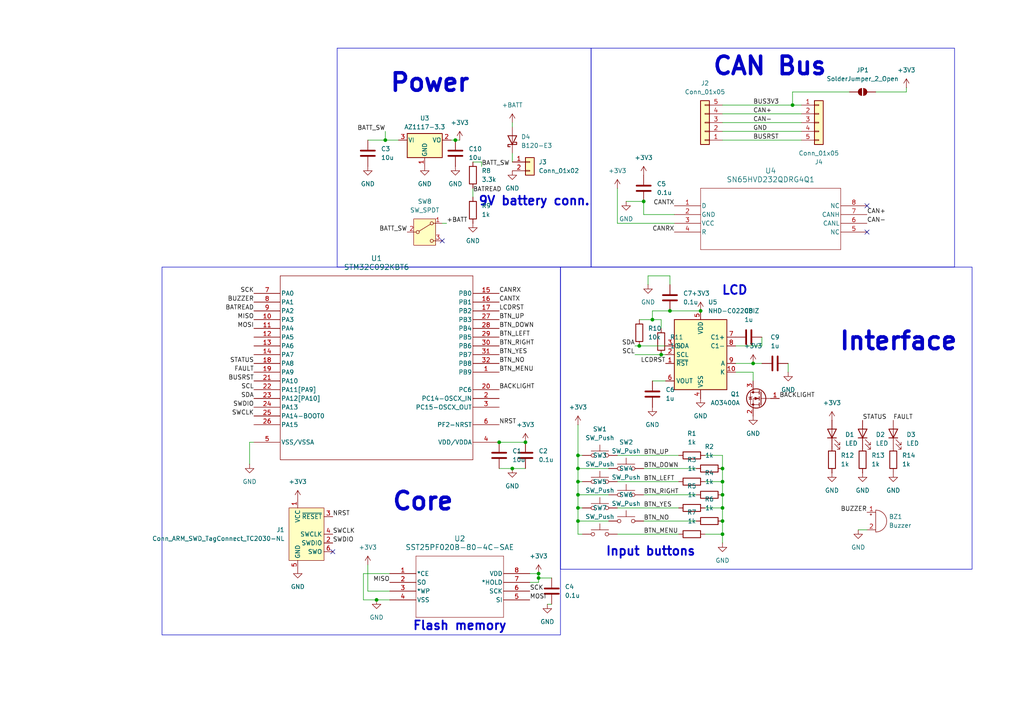
<source format=kicad_sch>
(kicad_sch (version 20250114) (generator "eeschema") (generator_version "9.0")
  (paper "A4")
  (lib_symbols
    (symbol "2025-06-11_00-45-23:SN65HVD232QDRG4Q1" (pin_names (offset 0.254))
      (property "Reference" "U" (at 27.94 10.16 0))
      (property "Value" "SN65HVD232QDRG4Q1" (at 27.94 7.62 0))
      (symbol "SN65HVD232QDRG4Q1_0_1"
        (polyline (pts (xy 7.62 5.08) (xy 7.62 -12.7)) (stroke (width 0.127)))
        (polyline (pts (xy 7.62 -12.7) (xy 48.26 -12.7)) (stroke (width 0.127)))
        (polyline (pts (xy 48.26 5.08) (xy 7.62 5.08)) (stroke (width 0.127)))
        (polyline (pts (xy 48.26 -12.7) (xy 48.26 5.08)) (stroke (width 0.127)))
        (pin input line (at 0 0 0) (length 7.62) (name "D") (number "1"))
        (pin power_in line (at 0 -2.54 0) (length 7.62) (name "GND") (number "2"))
        (pin power_in line (at 0 -5.08 0) (length 7.62) (name "VCC") (number "3"))
        (pin input line (at 0 -7.62 0) (length 7.62) (name "R") (number "4"))
        (pin unspecified line (at 55.88 0 180) (length 7.62) (name "NC") (number "8"))
        (pin output line (at 55.88 -2.54 180) (length 7.62) (name "CANH") (number "7"))
        (pin output line (at 55.88 -5.08 180) (length 7.62) (name "CANL") (number "6"))
        (pin unspecified line (at 55.88 -7.62 180) (length 7.62) (name "NC") (number "5"))
      )
    )
    (symbol "2025-06-11_00-53-44:SST25PF020B-80-4C-SAE" (pin_names (offset 0.254))
      (property "Reference" "U" (at 20.32 10.16 0))
      (property "Value" "SST25PF020B-80-4C-SAE" (at 20.32 7.62 0))
      (symbol "SST25PF020B-80-4C-SAE_0_1"
        (polyline (pts (xy 7.62 5.08) (xy 7.62 -12.7)) (stroke (width 0.127)))
        (polyline (pts (xy 7.62 -12.7) (xy 33.02 -12.7)) (stroke (width 0.127)))
        (polyline (pts (xy 33.02 5.08) (xy 7.62 5.08)) (stroke (width 0.127)))
        (polyline (pts (xy 33.02 -12.7) (xy 33.02 5.08)) (stroke (width 0.127)))
        (pin unspecified line (at 0 0 0) (length 7.62) (name "*CE") (number "1"))
        (pin output line (at 0 -2.54 0) (length 7.62) (name "SO") (number "2"))
        (pin unspecified line (at 0 -5.08 0) (length 7.62) (name "*WP") (number "3"))
        (pin power_in line (at 0 -7.62 0) (length 7.62) (name "VSS") (number "4"))
        (pin power_in line (at 40.64 0 180) (length 7.62) (name "VDD") (number "8"))
        (pin unspecified line (at 40.64 -2.54 180) (length 7.62) (name "*HOLD") (number "7"))
        (pin unspecified line (at 40.64 -5.08 180) (length 7.62) (name "SCK") (number "6"))
        (pin input line (at 40.64 -7.62 180) (length 7.62) (name "SI") (number "5"))
      )
    )
    (symbol "2025-06-11_04-28-26:STM32C092KBT6" (pin_names (offset 0.254))
      (property "Reference" "U" (at 35.56 10.16 0))
      (property "Value" "STM32C092KBT6" (at 35.56 7.62 0))
      (symbol "STM32C092KBT6_0_1"
        (polyline (pts (xy 7.62 5.08) (xy 7.62 -48.26)))
        (polyline (pts (xy 7.62 -48.26) (xy 63.5 -48.26)))
        (polyline (pts (xy 63.5 5.08) (xy 7.62 5.08)))
        (polyline (pts (xy 63.5 -48.26) (xy 63.5 5.08)))
        (pin bidirectional line (at 0 0 0) (length 7.62) (name "PA0") (number "7"))
        (pin bidirectional line (at 0 -2.54 0) (length 7.62) (name "PA1") (number "8"))
        (pin bidirectional line (at 0 -5.08 0) (length 7.62) (name "PA2") (number "9"))
        (pin bidirectional line (at 0 -7.62 0) (length 7.62) (name "PA3") (number "10"))
        (pin bidirectional line (at 0 -10.16 0) (length 7.62) (name "PA4") (number "11"))
        (pin bidirectional line (at 0 -12.7 0) (length 7.62) (name "PA5") (number "12"))
        (pin bidirectional line (at 0 -15.24 0) (length 7.62) (name "PA6") (number "13"))
        (pin bidirectional line (at 0 -17.78 0) (length 7.62) (name "PA7") (number "14"))
        (pin bidirectional line (at 0 -20.32 0) (length 7.62) (name "PA8") (number "18"))
        (pin bidirectional line (at 0 -22.86 0) (length 7.62) (name "PA9") (number "19"))
        (pin bidirectional line (at 0 -25.4 0) (length 7.62) (name "PA10") (number "21"))
        (pin bidirectional line (at 0 -27.94 0) (length 7.62) (name "PA11[PA9]") (number "22"))
        (pin bidirectional line (at 0 -30.48 0) (length 7.62) (name "PA12[PA10]") (number "23"))
        (pin bidirectional line (at 0 -33.02 0) (length 7.62) (name "PA13") (number "24"))
        (pin bidirectional line (at 0 -35.56 0) (length 7.62) (name "PA14-BOOT0") (number "25"))
        (pin bidirectional line (at 0 -38.1 0) (length 7.62) (name "PA15") (number "26"))
        (pin power_in line (at 0 -43.18 0) (length 7.62) (name "VSS/VSSA") (number "5"))
        (pin bidirectional line (at 71.12 0 180) (length 7.62) (name "PB0") (number "15"))
        (pin bidirectional line (at 71.12 -2.54 180) (length 7.62) (name "PB1") (number "16"))
        (pin bidirectional line (at 71.12 -5.08 180) (length 7.62) (name "PB2") (number "17"))
        (pin bidirectional line (at 71.12 -7.62 180) (length 7.62) (name "PB3") (number "27"))
        (pin bidirectional line (at 71.12 -10.16 180) (length 7.62) (name "PB4") (number "28"))
        (pin bidirectional line (at 71.12 -12.7 180) (length 7.62) (name "PB5") (number "29"))
        (pin bidirectional line (at 71.12 -15.24 180) (length 7.62) (name "PB6") (number "30"))
        (pin bidirectional line (at 71.12 -17.78 180) (length 7.62) (name "PB7") (number "31"))
        (pin bidirectional line (at 71.12 -20.32 180) (length 7.62) (name "PB8") (number "32"))
        (pin bidirectional line (at 71.12 -22.86 180) (length 7.62) (name "PB9") (number "1"))
        (pin bidirectional line (at 71.12 -27.94 180) (length 7.62) (name "PC6") (number "20"))
        (pin bidirectional line (at 71.12 -30.48 180) (length 7.62) (name "PC14-OSCX_IN") (number "2"))
        (pin bidirectional line (at 71.12 -33.02 180) (length 7.62) (name "PC15-OSCX_OUT") (number "3"))
        (pin bidirectional line (at 71.12 -38.1 180) (length 7.62) (name "PF2-NRST") (number "6"))
        (pin power_in line (at 71.12 -43.18 180) (length 7.62) (name "VDD/VDDA") (number "4"))
      )
    )
    (symbol "Connector:Conn_ARM_SWD_TagConnect_TC2030-NL" (in_bom no)
      (property "Reference" "J" (at 2.54 11.43 0))
      (property "Value" "Conn_ARM_SWD_TagConnect_TC2030-NL" (at 2.54 8.89 0))
      (symbol "Conn_ARM_SWD_TagConnect_TC2030-NL_0_0"
        (pin power_in line (at -2.54 10.16 270) (length 2.54) (name "VCC") (number "1"))
        (pin power_in line (at -2.54 -10.16 90) (length 2.54) (name "GND") (number "5"))
        (pin open_collector line (at 7.62 5.08 180) (length 2.54) (name "~{RESET}") (number "3"))
        (pin output line (at 7.62 0 180) (length 2.54) (name "SWCLK") (number "4"))
        (pin bidirectional line (at 7.62 -2.54 180) (length 2.54) (name "SWDIO") (number "2"))
        (pin input line (at 7.62 -5.08 180) (length 2.54) (name "SWO") (number "6"))
      )
      (symbol "Conn_ARM_SWD_TagConnect_TC2030-NL_0_1"
        (rectangle (start -5.08 7.62) (end 5.08 -7.62) (fill (type background)))
      )
    )
    (symbol "Connector_Generic:Conn_01x02" (pin_names (offset 1.016) (hide yes))
      (property "Reference" "J" (at 0 2.54 0))
      (property "Value" "Conn_01x02" (at 0 -5.08 0))
      (symbol "Conn_01x02_1_1"
        (rectangle (start -1.27 1.27) (end 1.27 -3.81) (stroke (width 0.254)) (fill (type background)))
        (rectangle (start -1.27 0.127) (end 0 -0.127) (stroke (width 0.1524)))
        (rectangle (start -1.27 -2.413) (end 0 -2.667) (stroke (width 0.1524)))
        (pin passive line (at -5.08 0 0) (length 3.81) (name "Pin_1") (number "1"))
        (pin passive line (at -5.08 -2.54 0) (length 3.81) (name "Pin_2") (number "2"))
      )
    )
    (symbol "Connector_Generic:Conn_01x05" (pin_names (offset 1.016) (hide yes))
      (property "Reference" "J" (at 0 7.62 0))
      (property "Value" "Conn_01x05" (at 0 -7.62 0))
      (symbol "Conn_01x05_1_1"
        (rectangle (start -1.27 6.35) (end 1.27 -6.35) (stroke (width 0.254)) (fill (type background)))
        (rectangle (start -1.27 5.207) (end 0 4.953) (stroke (width 0.1524)))
        (rectangle (start -1.27 2.667) (end 0 2.413) (stroke (width 0.1524)))
        (rectangle (start -1.27 0.127) (end 0 -0.127) (stroke (width 0.1524)))
        (rectangle (start -1.27 -2.413) (end 0 -2.667) (stroke (width 0.1524)))
        (rectangle (start -1.27 -4.953) (end 0 -5.207) (stroke (width 0.1524)))
        (pin passive line (at -5.08 5.08 0) (length 3.81) (name "Pin_1") (number "1"))
        (pin passive line (at -5.08 2.54 0) (length 3.81) (name "Pin_2") (number "2"))
        (pin passive line (at -5.08 0 0) (length 3.81) (name "Pin_3") (number "3"))
        (pin passive line (at -5.08 -2.54 0) (length 3.81) (name "Pin_4") (number "4"))
        (pin passive line (at -5.08 -5.08 0) (length 3.81) (name "Pin_5") (number "5"))
      )
    )
    (symbol "Device:Buzzer" (pin_names (offset 0.0254) (hide yes))
      (property "Reference" "BZ" (at 3.81 1.27 0))
      (property "Value" "Buzzer" (at 3.81 -1.27 0))
      (symbol "Buzzer_0_1"
        (polyline (pts (xy -1.651 1.905) (xy -1.143 1.905)))
        (polyline (pts (xy -1.397 2.159) (xy -1.397 1.651)))
        (arc (start 0 3.175) (mid 3.1612 0) (end 0 -3.175))
        (polyline (pts (xy 0 3.175) (xy 0 -3.175)))
      )
      (symbol "Buzzer_1_1"
        (pin passive line (at -2.54 2.54 0) (length 2.54) (name "+") (number "1"))
        (pin passive line (at -2.54 -2.54 0) (length 2.54) (name "-") (number "2"))
      )
    )
    (symbol "Device:C" (pin_numbers (hide yes)) (pin_names (offset 0.254))
      (property "Reference" "C" (at 0.635 2.54 0))
      (property "Value" "C" (at 0.635 -2.54 0))
      (symbol "C_0_1"
        (polyline (pts (xy -2.032 0.762) (xy 2.032 0.762)) (stroke (width 0.508)))
        (polyline (pts (xy -2.032 -0.762) (xy 2.032 -0.762)) (stroke (width 0.508)))
      )
      (symbol "C_1_1"
        (pin passive line (at 0 3.81 270) (length 2.794) (name "~") (number "1"))
        (pin passive line (at 0 -3.81 90) (length 2.794) (name "~") (number "2"))
      )
    )
    (symbol "Device:LED" (pin_numbers (hide yes)) (pin_names (offset 1.016) (hide yes))
      (property "Reference" "D" (at 0 2.54 0))
      (property "Value" "LED" (at 0 -2.54 0))
      (symbol "LED_0_1"
        (polyline (pts (xy -3.048 -0.762) (xy -4.572 -2.286) (xy -3.81 -2.286) (xy -4.572 -2.286) (xy -4.572 -1.524)))
        (polyline (pts (xy -1.778 -0.762) (xy -3.302 -2.286) (xy -2.54 -2.286) (xy -3.302 -2.286) (xy -3.302 -1.524)))
        (polyline (pts (xy -1.27 0) (xy 1.27 0)))
        (polyline (pts (xy -1.27 -1.27) (xy -1.27 1.27)) (stroke (width 0.254)))
        (polyline (pts (xy 1.27 -1.27) (xy 1.27 1.27) (xy -1.27 0) (xy 1.27 -1.27)) (stroke (width 0.254)))
      )
      (symbol "LED_1_1"
        (pin passive line (at -3.81 0 0) (length 2.54) (name "K") (number "1"))
        (pin passive line (at 3.81 0 180) (length 2.54) (name "A") (number "2"))
      )
    )
    (symbol "Device:R" (pin_numbers (hide yes)) (pin_names (offset 0))
      (property "Reference" "R" (at 2.032 0 90))
      (property "Value" "R" (at 0 0 90))
      (symbol "R_0_1"
        (rectangle (start -1.016 -2.54) (end 1.016 2.54) (stroke (width 0.254)))
      )
      (symbol "R_1_1"
        (pin passive line (at 0 3.81 270) (length 1.27) (name "~") (number "1"))
        (pin passive line (at 0 -3.81 90) (length 1.27) (name "~") (number "2"))
      )
    )
    (symbol "Diode:B120-E3" (pin_numbers (hide yes)) (pin_names (hide yes))
      (property "Reference" "D" (at 0 2.54 0))
      (property "Value" "B120-E3" (at 0 -2.54 0))
      (symbol "B120-E3_0_1"
        (polyline (pts (xy -1.905 0.635) (xy -1.905 1.27) (xy -1.27 1.27) (xy -1.27 -1.27) (xy -0.635 -1.27) (xy -0.635 -0.635)) (stroke (width 0.254)))
        (polyline (pts (xy 1.27 1.27) (xy 1.27 -1.27) (xy -1.27 0) (xy 1.27 1.27)) (stroke (width 0.254)))
        (polyline (pts (xy 1.27 0) (xy -1.27 0)))
      )
      (symbol "B120-E3_1_1"
        (pin passive line (at -3.81 0 0) (length 2.54) (name "K") (number "1"))
        (pin passive line (at 3.81 0 180) (length 2.54) (name "A") (number "2"))
      )
    )
    (symbol "Display_Character:NHD-C0220BIZ"
      (property "Reference" "U" (at -6.35 11.43 0))
      (property "Value" "NHD-C0220BIZ" (at 8.89 11.43 0))
      (symbol "NHD-C0220BIZ_0_1"
        (rectangle (start -7.62 10.16) (end 7.62 -10.16) (stroke (width 0.254)) (fill (type background)))
      )
      (symbol "NHD-C0220BIZ_1_1"
        (pin bidirectional line (at -10.16 2.54 0) (length 2.54) (name "SDA") (number "3"))
        (pin input line (at -10.16 0 0) (length 2.54) (name "SCL") (number "2"))
        (pin input line (at -10.16 -2.54 0) (length 2.54) (name "~{RST}") (number "1"))
        (pin passive line (at -10.16 -7.62 0) (length 2.54) (name "VOUT") (number "6"))
        (pin power_in line (at 0 12.7 270) (length 2.54) (name "VDD") (number "5"))
        (pin power_in line (at 0 -12.7 90) (length 2.54) (name "VSS") (number "4"))
        (pin passive line (at 10.16 5.08 180) (length 2.54) (name "C1+") (number "7"))
        (pin passive line (at 10.16 2.54 180) (length 2.54) (name "C1-") (number "8"))
        (pin passive line (at 10.16 -2.54 180) (length 2.54) (name "A") (number "9"))
        (pin passive line (at 10.16 -5.08 180) (length 2.54) (name "K") (number "10"))
      )
    )
    (symbol "Jumper:SolderJumper_2_Open" (pin_numbers (hide yes)) (pin_names (offset 0) (hide yes)) (in_bom no)
      (property "Reference" "JP" (at 0 2.032 0))
      (property "Value" "SolderJumper_2_Open" (at 0 -2.54 0))
      (symbol "SolderJumper_2_Open_0_1"
        (polyline (pts (xy -0.254 1.016) (xy -0.254 -1.016)))
        (arc (start -0.254 -1.016) (mid -1.2656 0) (end -0.254 1.016))
        (arc (start -0.254 -1.016) (mid -1.2656 0) (end -0.254 1.016) (fill (type outline)))
        (arc (start 0.254 1.016) (mid 1.2656 0) (end 0.254 -1.016))
        (arc (start 0.254 1.016) (mid 1.2656 0) (end 0.254 -1.016) (fill (type outline)))
        (polyline (pts (xy 0.254 1.016) (xy 0.254 -1.016)))
      )
      (symbol "SolderJumper_2_Open_1_1"
        (pin passive line (at -3.81 0 0) (length 2.54) (name "A") (number "1"))
        (pin passive line (at 3.81 0 180) (length 2.54) (name "B") (number "2"))
      )
    )
    (symbol "Regulator_Linear:AZ1117-3.3" (pin_names (offset 0.254))
      (property "Reference" "U" (at -3.81 3.175 0))
      (property "Value" "AZ1117-3.3" (at 0 3.175 0))
      (symbol "AZ1117-3.3_0_1"
        (rectangle (start -5.08 1.905) (end 5.08 -5.08) (stroke (width 0.254)) (fill (type background)))
      )
      (symbol "AZ1117-3.3_1_1"
        (pin power_in line (at -7.62 0 0) (length 2.54) (name "VI") (number "3"))
        (pin power_in line (at 0 -7.62 90) (length 2.54) (name "GND") (number "1"))
        (pin power_out line (at 7.62 0 180) (length 2.54) (name "VO") (number "2"))
      )
    )
    (symbol "Switch:SW_Push" (pin_numbers (hide yes)) (pin_names (offset 1.016) (hide yes))
      (property "Reference" "SW" (at 1.27 2.54 0))
      (property "Value" "SW_Push" (at 0 -1.524 0))
      (symbol "SW_Push_0_1"
        (circle (center -2.032 0) (radius 0.508))
        (polyline (pts (xy 0 1.27) (xy 0 3.048)))
        (circle (center 2.032 0) (radius 0.508))
        (polyline (pts (xy 2.54 1.27) (xy -2.54 1.27)))
        (pin passive line (at -5.08 0 0) (length 2.54) (name "1") (number "1"))
        (pin passive line (at 5.08 0 180) (length 2.54) (name "2") (number "2"))
      )
    )
    (symbol "Switch:SW_SPDT" (pin_names (offset 0) (hide yes))
      (property "Reference" "SW" (at 0 5.08 0))
      (property "Value" "SW_SPDT" (at 0 -5.08 0))
      (symbol "SW_SPDT_0_1"
        (circle (center -2.032 0) (radius 0.4572))
        (polyline (pts (xy -1.651 0.254) (xy 1.651 2.286)))
        (circle (center 2.032 2.54) (radius 0.4572))
        (circle (center 2.032 -2.54) (radius 0.4572))
      )
      (symbol "SW_SPDT_1_1"
        (rectangle (start -3.175 3.81) (end 3.175 -3.81) (fill (type background)))
        (pin passive line (at -5.08 0 0) (length 2.54) (name "B") (number "2"))
        (pin passive line (at 5.08 2.54 180) (length 2.54) (name "A") (number "1"))
        (pin passive line (at 5.08 -2.54 180) (length 2.54) (name "C") (number "3"))
      )
    )
    (symbol "Transistor_FET:AO3400A" (pin_names (hide yes))
      (property "Reference" "Q" (at 5.08 1.905 0))
      (property "Value" "AO3400A" (at 5.08 0 0))
      (symbol "AO3400A_0_1"
        (polyline (pts (xy 0.254 1.905) (xy 0.254 -1.905)) (stroke (width 0.254)))
        (polyline (pts (xy 0.254 0) (xy -2.54 0)))
        (polyline (pts (xy 0.762 2.286) (xy 0.762 1.27)) (stroke (width 0.254)))
        (polyline (pts (xy 0.762 0.508) (xy 0.762 -0.508)) (stroke (width 0.254)))
        (polyline (pts (xy 0.762 -1.27) (xy 0.762 -2.286)) (stroke (width 0.254)))
        (polyline (pts (xy 0.762 -1.778) (xy 3.302 -1.778) (xy 3.302 1.778) (xy 0.762 1.778)))
        (polyline (pts (xy 1.016 0) (xy 2.032 0.381) (xy 2.032 -0.381) (xy 1.016 0)) (fill (type outline)))
        (circle (center 1.651 0) (radius 2.794) (stroke (width 0.254)))
        (polyline (pts (xy 2.54 2.54) (xy 2.54 1.778)))
        (circle (center 2.54 1.778) (radius 0.254) (fill (type outline)))
        (circle (center 2.54 -1.778) (radius 0.254) (fill (type outline)))
        (polyline (pts (xy 2.54 -2.54) (xy 2.54 0) (xy 0.762 0)))
        (polyline (pts (xy 2.794 0.508) (xy 2.921 0.381) (xy 3.683 0.381) (xy 3.81 0.254)))
        (polyline (pts (xy 3.302 0.381) (xy 2.921 -0.254) (xy 3.683 -0.254) (xy 3.302 0.381)))
      )
      (symbol "AO3400A_1_1"
        (pin input line (at -5.08 0 0) (length 2.54) (name "G") (number "1"))
        (pin passive line (at 2.54 5.08 270) (length 2.54) (name "D") (number "3"))
        (pin passive line (at 2.54 -5.08 90) (length 2.54) (name "S") (number "2"))
      )
    )
    (symbol "power:+3V3" (power) (pin_numbers (hide yes)) (pin_names (offset 0) (hide yes))
      (property "Value" "+3V3" (at 0 3.556 0))
      (symbol "+3V3_0_1"
        (polyline (pts (xy -0.762 1.27) (xy 0 2.54)))
        (polyline (pts (xy 0 2.54) (xy 0.762 1.27)))
        (polyline (pts (xy 0 0) (xy 0 2.54)))
      )
      (symbol "+3V3_1_1"
        (pin power_in line (at 0 0 90) (length 0) (name "~") (number "1"))
      )
    )
    (symbol "power:+BATT" (power) (pin_numbers (hide yes)) (pin_names (offset 0) (hide yes))
      (property "Value" "+BATT" (at 0 3.556 0))
      (symbol "+BATT_0_1"
        (polyline (pts (xy -0.762 1.27) (xy 0 2.54)))
        (polyline (pts (xy 0 2.54) (xy 0.762 1.27)))
        (polyline (pts (xy 0 0) (xy 0 2.54)))
      )
      (symbol "+BATT_1_1"
        (pin power_in line (at 0 0 90) (length 0) (name "~") (number "1"))
      )
    )
    (symbol "power:GND" (power) (pin_numbers (hide yes)) (pin_names (offset 0) (hide yes))
      (property "Value" "GND" (at 0 -3.81 0))
      (symbol "GND_0_1"
        (polyline (pts (xy 0 0) (xy 0 -1.27) (xy 1.27 -1.27) (xy 0 -2.54) (xy -1.27 -1.27) (xy 0 -1.27)))
      )
      (symbol "GND_1_1"
        (pin power_in line (at 0 0 270) (length 0) (name "~") (number "1"))
      )
    )
  )
  (rectangle (start 171.45 13.97) (end 276.86 77.47))
  (rectangle (start 46.99 77.47) (end 162.56 184.15))
  (rectangle (start 97.79 13.97) (end 171.45 77.47))
  (rectangle (start 162.56 77.47) (end 281.94 165.1))
  (text "Core" (at 122.682 145.542 0) (effects (font (size 5.08 5.08) (thickness 1.016) (bold yes))))
  (text "CAN Bus" (at 223.266 19.304 0) (effects (font (size 5.08 5.08) (thickness 1.016) (bold yes))))
  (text "9V battery conn." (at 154.94 58.42 0) (effects (font (size 2.54 2.54) (thickness 0.508) (bold yes))))
  (text "Power" (at 124.714 24.13 0) (effects (font (size 5.08 5.08) (thickness 1.016) (bold yes))))
  (text "Interface" (at 260.604 99.06 0) (effects (font (size 5.08 5.08) (thickness 1.016) (bold yes))))
  (text "LCD" (at 213.106 84.328 0) (effects (font (size 2.54 2.54) (thickness 0.508) (bold yes))))
  (text "Input buttons" (at 188.722 160.02 0) (effects (font (size 2.54 2.54) (thickness 0.508) (bold yes))))
  (text "Flash memory" (at 133.35 181.61 0) (effects (font (size 2.54 2.54) (thickness 0.508) (bold yes))))
  (junction (at 191.77 102.87))
  (junction (at 209.55 143.51))
  (junction (at 185.42 100.33))
  (junction (at 209.55 154.94))
  (junction (at 148.59 135.89))
  (junction (at 167.64 139.7))
  (junction (at 209.55 135.89))
  (junction (at 209.55 151.13))
  (junction (at 194.31 90.17))
  (junction (at 156.21 166.37))
  (junction (at 156.21 167.64))
  (junction (at 132.08 40.64))
  (junction (at 218.44 105.41))
  (junction (at 109.22 173.99))
  (junction (at 229.87 30.48))
  (junction (at 167.64 132.08))
  (junction (at 209.55 139.7))
  (junction (at 203.2 90.17))
  (junction (at 186.69 58.42))
  (junction (at 152.4 128.27))
  (junction (at 111.76 40.64))
  (junction (at 209.55 147.32))
  (junction (at 167.64 151.13))
  (junction (at 167.64 143.51))
  (junction (at 167.64 147.32))
  (junction (at 144.78 128.27))
  (junction (at 167.64 135.89))
  (junction (at 189.23 92.71))
  (no_connect (at 96.52 160.02))
  (no_connect (at 251.46 59.69))
  (no_connect (at 128.27 69.85))
  (no_connect (at 251.46 67.31))
  (wire (pts (xy 156.21 168.91) (xy 156.21 167.64)))
  (wire (pts (xy 262.89 26.67) (xy 254 26.67)))
  (wire (pts (xy 156.21 167.64) (xy 156.21 166.37)))
  (wire (pts (xy 167.64 132.08) (xy 167.64 135.89)))
  (wire (pts (xy 167.64 123.19) (xy 167.64 132.08)))
  (wire (pts (xy 106.68 163.83) (xy 106.68 171.45)))
  (wire (pts (xy 167.64 139.7) (xy 167.64 143.51)))
  (wire (pts (xy 184.15 102.87) (xy 191.77 102.87)))
  (wire (pts (xy 128.27 64.77) (xy 129.54 64.77)))
  (wire (pts (xy 179.07 147.32) (xy 196.85 147.32)))
  (wire (pts (xy 72.39 128.27) (xy 73.66 128.27)))
  (wire (pts (xy 167.64 132.08) (xy 168.91 132.08)))
  (wire (pts (xy 191.77 95.25) (xy 191.77 92.71)))
  (wire (pts (xy 218.44 105.41) (xy 220.98 105.41)))
  (wire (pts (xy 148.59 35.56) (xy 148.59 36.83)))
  (wire (pts (xy 148.59 135.89) (xy 152.4 135.89)))
  (wire (pts (xy 137.16 54.61) (xy 137.16 57.15)))
  (wire (pts (xy 209.55 154.94) (xy 209.55 157.48)))
  (wire (pts (xy 209.55 143.51) (xy 209.55 147.32)))
  (wire (pts (xy 186.69 58.42) (xy 186.69 62.23)))
  (wire (pts (xy 109.22 173.99) (xy 113.03 173.99)))
  (wire (pts (xy 246.38 26.67) (xy 229.87 26.67)))
  (wire (pts (xy 167.64 151.13) (xy 176.53 151.13)))
  (wire (pts (xy 105.41 166.37) (xy 105.41 173.99)))
  (wire (pts (xy 179.07 139.7) (xy 196.85 139.7)))
  (wire (pts (xy 158.75 175.26) (xy 160.02 175.26)))
  (wire (pts (xy 209.55 40.64) (xy 232.41 40.64)))
  (wire (pts (xy 209.55 147.32) (xy 209.55 151.13)))
  (wire (pts (xy 209.55 132.08) (xy 209.55 135.89)))
  (wire (pts (xy 209.55 135.89) (xy 209.55 139.7)))
  (wire (pts (xy 186.69 143.51) (xy 201.93 143.51)))
  (wire (pts (xy 106.68 171.45) (xy 113.03 171.45)))
  (wire (pts (xy 167.64 139.7) (xy 168.91 139.7)))
  (wire (pts (xy 148.59 44.45) (xy 148.59 46.99)))
  (wire (pts (xy 167.64 135.89) (xy 176.53 135.89)))
  (wire (pts (xy 132.08 40.64) (xy 130.81 40.64)))
  (wire (pts (xy 167.64 154.94) (xy 168.91 154.94)))
  (wire (pts (xy 167.64 143.51) (xy 176.53 143.51)))
  (wire (pts (xy 220.98 100.33) (xy 220.98 97.79)))
  (wire (pts (xy 189.23 92.71) (xy 191.77 92.71)))
  (wire (pts (xy 209.55 30.48) (xy 229.87 30.48)))
  (wire (pts (xy 184.15 100.33) (xy 185.42 100.33)))
  (wire (pts (xy 189.23 90.17) (xy 194.31 90.17)))
  (wire (pts (xy 179.07 154.94) (xy 196.85 154.94)))
  (wire (pts (xy 185.42 100.33) (xy 193.04 100.33)))
  (wire (pts (xy 209.55 139.7) (xy 209.55 143.51)))
  (wire (pts (xy 113.03 166.37) (xy 105.41 166.37)))
  (wire (pts (xy 106.68 40.64) (xy 111.76 40.64)))
  (wire (pts (xy 187.96 80.01) (xy 194.31 80.01)))
  (wire (pts (xy 137.16 46.99) (xy 139.7 46.99)))
  (wire (pts (xy 186.69 62.23) (xy 195.58 62.23)))
  (wire (pts (xy 194.31 80.01) (xy 194.31 82.55)))
  (wire (pts (xy 195.58 64.77) (xy 179.07 64.77)))
  (wire (pts (xy 189.23 90.17) (xy 189.23 92.71)))
  (wire (pts (xy 167.64 151.13) (xy 167.64 154.94)))
  (wire (pts (xy 218.44 107.95) (xy 213.36 107.95)))
  (wire (pts (xy 167.64 147.32) (xy 167.64 151.13)))
  (wire (pts (xy 153.67 166.37) (xy 156.21 166.37)))
  (wire (pts (xy 218.44 107.95) (xy 218.44 110.49)))
  (wire (pts (xy 144.78 128.27) (xy 152.4 128.27)))
  (wire (pts (xy 209.55 35.56) (xy 232.41 35.56)))
  (wire (pts (xy 194.31 90.17) (xy 203.2 90.17)))
  (wire (pts (xy 186.69 151.13) (xy 201.93 151.13)))
  (wire (pts (xy 209.55 38.1) (xy 232.41 38.1)))
  (wire (pts (xy 156.21 167.64) (xy 160.02 167.64)))
  (wire (pts (xy 72.39 134.62) (xy 72.39 128.27)))
  (wire (pts (xy 144.78 135.89) (xy 148.59 135.89)))
  (wire (pts (xy 204.47 154.94) (xy 209.55 154.94)))
  (wire (pts (xy 139.7 46.99) (xy 139.7 48.26)))
  (wire (pts (xy 204.47 147.32) (xy 209.55 147.32)))
  (wire (pts (xy 132.08 40.64) (xy 133.35 40.64)))
  (wire (pts (xy 153.67 168.91) (xy 156.21 168.91)))
  (wire (pts (xy 189.23 92.71) (xy 185.42 92.71)))
  (wire (pts (xy 187.96 82.55) (xy 187.96 80.01)))
  (wire (pts (xy 209.55 33.02) (xy 232.41 33.02)))
  (wire (pts (xy 213.36 105.41) (xy 218.44 105.41)))
  (wire (pts (xy 228.6 107.95) (xy 228.6 105.41)))
  (wire (pts (xy 111.76 40.64) (xy 115.57 40.64)))
  (wire (pts (xy 179.07 64.77) (xy 179.07 54.61)))
  (wire (pts (xy 181.61 58.42) (xy 186.69 58.42)))
  (wire (pts (xy 186.69 135.89) (xy 201.93 135.89)))
  (wire (pts (xy 191.77 102.87) (xy 193.04 102.87)))
  (wire (pts (xy 167.64 135.89) (xy 167.64 139.7)))
  (wire (pts (xy 213.36 100.33) (xy 220.98 100.33)))
  (wire (pts (xy 209.55 132.08) (xy 204.47 132.08)))
  (wire (pts (xy 179.07 132.08) (xy 196.85 132.08)))
  (wire (pts (xy 167.64 147.32) (xy 168.91 147.32)))
  (wire (pts (xy 248.92 153.67) (xy 251.46 153.67)))
  (wire (pts (xy 262.89 25.4) (xy 262.89 26.67)))
  (wire (pts (xy 209.55 151.13) (xy 209.55 154.94)))
  (wire (pts (xy 167.64 143.51) (xy 167.64 147.32)))
  (wire (pts (xy 229.87 26.67) (xy 229.87 30.48)))
  (wire (pts (xy 229.87 30.48) (xy 232.41 30.48)))
  (wire (pts (xy 209.55 139.7) (xy 204.47 139.7)))
  (wire (pts (xy 189.23 110.49) (xy 193.04 110.49)))
  (wire (pts (xy 105.41 173.99) (xy 109.22 173.99)))
  (wire (pts (xy 111.76 38.1) (xy 111.76 40.64)))
  (label "CAN+" (at 251.46 62.23 0))
  (label "SCK" (at 73.66 85.09 180))
  (label "SWCLK" (at 96.52 154.94 0))
  (label "BTN_UP" (at 144.78 92.71 0))
  (label "SWDIO" (at 73.66 118.11 180))
  (label "BACKLIGHT" (at 226.06 115.57 0))
  (label "SDA" (at 184.15 100.33 180))
  (label "BTN_LEFT" (at 186.69 139.7 0))
  (label "BTN_MENU" (at 186.69 154.94 0))
  (label "CANRX" (at 195.58 67.31 180))
  (label "BUZZER" (at 73.66 87.63 180))
  (label "LCDRST" (at 193.04 105.41 180))
  (label "BTN_NO" (at 186.69 151.13 0))
  (label "CAN+" (at 218.44 33.02 0))
  (label "BUSRST" (at 73.66 110.49 180))
  (label "BATT_SW" (at 111.76 38.1 180))
  (label "BATT_SW" (at 139.7 48.26 0))
  (label "MOSI" (at 153.67 173.99 0))
  (label "BTN_RIGHT" (at 144.78 100.33 0))
  (label "STATUS" (at 73.66 105.41 180))
  (label "FAULT" (at 259.08 121.92 0))
  (label "CAN-" (at 251.46 64.77 0))
  (label "MISO" (at 113.03 168.91 180))
  (label "CANRX" (at 144.78 85.09 0))
  (label "MOSI" (at 73.66 95.25 180))
  (label "BTN_YES" (at 186.69 147.32 0))
  (label "+BATT" (at 129.54 64.77 0) (effects (font (thickness 0.1588))))
  (label "BTN_DOWN" (at 144.78 95.25 0))
  (label "SWDIO" (at 96.52 157.48 0))
  (label "BATREAD" (at 73.66 90.17 180))
  (label "GND" (at 218.44 38.1 0))
  (label "BTN_YES" (at 144.78 102.87 0))
  (label "BUZZER" (at 251.46 148.59 180))
  (label "FAULT" (at 73.66 107.95 180))
  (label "BACKLIGHT" (at 144.78 113.03 0))
  (label "SWCLK" (at 73.66 120.65 180))
  (label "BTN_UP" (at 186.69 132.08 0))
  (label "SCK" (at 153.67 171.45 0))
  (label "MISO" (at 73.66 92.71 180))
  (label "BTN_RIGHT" (at 186.69 143.51 0))
  (label "BTN_LEFT" (at 144.78 97.79 0))
  (label "SCL" (at 73.66 113.03 180))
  (label "BATREAD" (at 137.16 55.88 0))
  (label "BATT_SW" (at 118.11 67.31 180))
  (label "BTN_DOWN" (at 186.69 135.89 0))
  (label "CANTX" (at 195.58 59.69 180))
  (label "CAN-" (at 218.44 35.56 0))
  (label "STATUS" (at 250.19 121.92 0))
  (label "SDA" (at 73.66 115.57 180))
  (label "NRST" (at 96.52 149.86 0))
  (label "SCL" (at 184.15 102.87 180))
  (label "NRST" (at 144.78 123.19 0))
  (label "CANTX" (at 144.78 87.63 0))
  (label "BUS3V3" (at 218.44 30.48 0))
  (label "BTN_NO" (at 144.78 105.41 0))
  (label "BUSRST" (at 218.44 40.64 0))
  (label "BTN_MENU" (at 144.78 107.95 0))
  (label "LCDRST" (at 144.78 90.17 0))
  (symbol (lib_id "Device:R") (at 205.74 143.51 90) (unit 1)
    (property "Reference" "R4" (at 205.74 137.16 90))
    (property "Value" "1k" (at 205.74 139.7 90))
    (property "Footprint" "Resistor_SMD:R_0603_1608Metric" (effects (hide yes)))
    (property "Description" "Resistor" (effects (hide yes)))
  )
  (symbol (lib_id "power:+3V3") (at 179.07 54.61 0) (unit 1)
    (property "Reference" "#PWR016" (effects (hide yes)))
    (property "Value" "+3V3" (at 179.07 49.53 0))
    (property "Description" "Power symbol creates a global label with name \"+3V3\"" (effects (hide yes)))
  )
  (symbol (lib_id "Connector_Generic:Conn_01x02") (at 153.67 46.99 0) (unit 1)
    (property "Reference" "J3" (at 156.21 46.9899 0) (effects (justify left)))
    (property "Value" "Conn_01x02" (at 156.21 49.5299 0) (effects (justify left)))
    (property "Footprint" "Connector_PinHeader_1.27mm:PinHeader_1x02_P1.27mm_Vertical" (effects (hide yes)))
    (property "Description" "Generic connector, single row, 01x02, script generated (kicad-library-utils/schlib/autogen/connector/)" (effects (hide yes)))
  )
  (symbol (lib_id "Device:C") (at 144.78 132.08 0) (unit 1)
    (property "Reference" "C1" (at 148.59 130.8099 0) (effects (justify left)))
    (property "Value" "10u" (at 148.59 133.3499 0) (effects (justify left)))
    (property "Footprint" "Capacitor_SMD:C_0603_1608Metric" (effects (hide yes)))
    (property "Description" "Unpolarized capacitor" (effects (hide yes)))
  )
  (symbol (lib_id "2025-06-11_00-45-23:SN65HVD232QDRG4Q1") (at 195.58 59.69 0) (unit 1)
    (property "Reference" "U4" (at 223.52 49.53 0) (effects (font (size 1.524 1.524))))
    (property "Value" "SN65HVD232QDRG4Q1" (at 223.52 52.07 0) (effects (font (size 1.524 1.524))))
    (property "Footprint" "footprints:D8" (effects (hide yes)))
    (property "Datasheet" "SN65HVD232QDRG4Q1" (effects (hide yes)))
  )
  (symbol (lib_id "power:GND") (at 203.2 115.57 0) (unit 1)
    (property "Reference" "#PWR024" (effects (hide yes)))
    (property "Value" "GND" (at 203.2 120.65 0))
    (property "Description" "Power symbol creates a global label with name \"GND\" , ground" (effects (hide yes)))
  )
  (symbol (lib_id "Device:LED") (at 250.19 125.73 90) (unit 1)
    (property "Reference" "D2" (at 254 126.0474 90) (effects (justify right)))
    (property "Value" "LED" (at 254 128.5874 90) (effects (justify right)))
    (property "Footprint" "Diode_SMD:D_0603_1608Metric" (effects (hide yes)))
    (property "Description" "Light emitting diode" (effects (hide yes)))
    (property "Sim.Pins" "1=K 2=A" (effects (hide yes)))
  )
  (symbol (lib_id "power:+3V3") (at 167.64 123.19 0) (unit 1)
    (property "Reference" "#PWR02" (effects (hide yes)))
    (property "Value" "+3V3" (at 167.64 118.11 0))
    (property "Description" "Power symbol creates a global label with name \"+3V3\"" (effects (hide yes)))
  )
  (symbol (lib_id "Switch:SW_SPDT") (at 123.19 67.31 0) (unit 1)
    (property "Reference" "SW8" (at 123.19 58.42 0))
    (property "Value" "SW_SPDT" (at 123.19 60.96 0))
    (property "Footprint" "Button_Switch_THT:SW_Slide_SPDT_Straight_CK_OS102011MS2Q" (effects (hide yes)))
    (property "Description" "Switch, single pole double throw" (effects (hide yes)))
  )
  (symbol (lib_id "Device:C") (at 189.23 114.3 0) (unit 1)
    (property "Reference" "C6" (at 193.04 113.0299 0) (effects (justify left)))
    (property "Value" "1u" (at 193.04 115.5699 0) (effects (justify left)))
    (property "Footprint" "Capacitor_SMD:C_0603_1608Metric" (effects (hide yes)))
    (property "Description" "Unpolarized capacitor" (effects (hide yes)))
  )
  (symbol (lib_id "power:GND") (at 181.61 58.42 0) (unit 1)
    (property "Reference" "#PWR017" (effects (hide yes)))
    (property "Value" "GND" (at 181.61 63.5 0))
    (property "Description" "Power symbol creates a global label with name \"GND\" , ground" (effects (hide yes)))
  )
  (symbol (lib_id "Switch:SW_Push") (at 181.61 143.51 0) (unit 1)
    (property "Reference" "SW4" (at 181.61 135.89 0))
    (property "Value" "SW_Push" (at 181.61 138.43 0))
    (property "Footprint" "Button_Switch_SMD:SW_Push_1P1T_NO_CK_KMR2" (effects (hide yes)))
    (property "Description" "Push button switch, generic, two pins" (effects (hide yes)))
  )
  (symbol (lib_id "power:GND") (at 86.36 165.1 0) (unit 1)
    (property "Reference" "#PWR05" (effects (hide yes)))
    (property "Value" "GND" (at 86.36 170.18 0))
    (property "Description" "Power symbol creates a global label with name \"GND\" , ground" (effects (hide yes)))
  )
  (symbol (lib_id "Device:R") (at 259.08 133.35 0) (unit 1)
    (property "Reference" "R14" (at 261.62 132.0799 0) (effects (justify left)))
    (property "Value" "1k" (at 261.62 134.6199 0) (effects (justify left)))
    (property "Footprint" "Resistor_SMD:R_0603_1608Metric" (effects (hide yes)))
    (property "Description" "Resistor" (effects (hide yes)))
  )
  (symbol (lib_id "Switch:SW_Push") (at 181.61 135.89 0) (unit 1)
    (property "Reference" "SW2" (at 181.61 128.27 0))
    (property "Value" "SW_Push" (at 181.61 130.81 0))
    (property "Footprint" "Button_Switch_SMD:SW_Push_1P1T_NO_CK_KMR2" (effects (hide yes)))
    (property "Description" "Push button switch, generic, two pins" (effects (hide yes)))
  )
  (symbol (lib_id "Connector:Conn_ARM_SWD_TagConnect_TC2030-NL") (at 88.9 154.94 0) (unit 1) (in_bom no)
    (property "Reference" "J1" (at 82.55 153.6699 0) (effects (justify right)))
    (property "Value" "Conn_ARM_SWD_TagConnect_TC2030-NL" (at 82.55 156.2099 0) (effects (justify right)))
    (property "Footprint" "Connector:Tag-Connect_TC2030-IDC-NL_2x03_P1.27mm_Vertical" (effects (hide yes)))
    (property "Datasheet" "https://www.tag-connect.com/wp-content/uploads/bsk-pdf-manager/TC2030-CTX_1.pdf" (effects (hide yes)))
    (property "Description" "Tag-Connect ARM Cortex SWD JTAG connector, 6 pin, no legs" (effects (hide yes)))
  )
  (symbol (lib_id "power:+3V3") (at 152.4 128.27 0) (unit 1)
    (property "Reference" "#PWR010" (effects (hide yes)))
    (property "Value" "+3V3" (at 152.4 123.19 0))
    (property "Description" "Power symbol creates a global label with name \"+3V3\"" (effects (hide yes)))
  )
  (symbol (lib_id "power:GND") (at 228.6 107.95 0) (unit 1)
    (property "Reference" "#PWR027" (effects (hide yes)))
    (property "Value" "GND" (at 228.6 113.03 0))
    (property "Description" "Power symbol creates a global label with name \"GND\" , ground" (effects (hide yes)))
  )
  (symbol (lib_id "Device:C") (at 194.31 86.36 0) (unit 1)
    (property "Reference" "C7" (at 198.12 85.0899 0) (effects (justify left)))
    (property "Value" "0.1u" (at 198.12 87.6299 0) (effects (justify left)))
    (property "Footprint" "Capacitor_SMD:C_0603_1608Metric" (effects (hide yes)))
    (property "Description" "Unpolarized capacitor" (effects (hide yes)))
  )
  (symbol (lib_id "Transistor_FET:AO3400A") (at 220.98 115.57 0) (mirror y) (unit 1)
    (property "Reference" "Q1" (at 214.63 114.2999 0) (effects (justify left)))
    (property "Value" "AO3400A" (at 214.63 116.8399 0) (effects (justify left)))
    (property "Footprint" "Package_TO_SOT_SMD:SOT-23" (effects (hide yes)))
    (property "Datasheet" "http://www.aosmd.com/pdfs/datasheet/AO3400A.pdf" (effects (hide yes)))
    (property "Description" "30V Vds, 5.7A Id, N-Channel MOSFET, SOT-23" (effects (hide yes)))
  )
  (symbol (lib_id "power:GND") (at 109.22 173.99 0) (unit 1)
    (property "Reference" "#PWR08" (effects (hide yes)))
    (property "Value" "GND" (at 109.22 179.07 0))
    (property "Description" "Power symbol creates a global label with name \"GND\" , ground" (effects (hide yes)))
  )
  (symbol (lib_id "Device:C") (at 132.08 44.45 0) (unit 1)
    (property "Reference" "C10" (at 135.89 43.1799 0) (effects (justify left)))
    (property "Value" "10u" (at 135.89 45.7199 0) (effects (justify left)))
    (property "Footprint" "Capacitor_SMD:C_0603_1608Metric" (effects (hide yes)))
    (property "Description" "Unpolarized capacitor" (effects (hide yes)))
  )
  (symbol (lib_id "Device:R") (at 200.66 139.7 90) (unit 1)
    (property "Reference" "R3" (at 200.66 133.35 90))
    (property "Value" "1k" (at 200.66 135.89 90))
    (property "Footprint" "Resistor_SMD:R_0603_1608Metric" (effects (hide yes)))
    (property "Description" "Resistor" (effects (hide yes)))
  )
  (symbol (lib_id "Device:C") (at 106.68 44.45 0) (unit 1)
    (property "Reference" "C3" (at 110.49 43.1799 0) (effects (justify left)))
    (property "Value" "10u" (at 110.49 45.7199 0) (effects (justify left)))
    (property "Footprint" "Capacitor_SMD:C_0603_1608Metric" (effects (hide yes)))
    (property "Description" "Unpolarized capacitor" (effects (hide yes)))
  )
  (symbol (lib_id "power:GND") (at 259.08 137.16 0) (unit 1)
    (property "Reference" "#PWR032" (effects (hide yes)))
    (property "Value" "GND" (at 259.08 142.24 0))
    (property "Description" "Power symbol creates a global label with name \"GND\" , ground" (effects (hide yes)))
  )
  (symbol (lib_id "power:GND") (at 106.68 48.26 0) (unit 1)
    (property "Reference" "#PWR011" (effects (hide yes)))
    (property "Value" "GND" (at 106.68 53.34 0))
    (property "Description" "Power symbol creates a global label with name \"GND\" , ground" (effects (hide yes)))
  )
  (symbol (lib_id "power:+3V3") (at 86.36 144.78 0) (unit 1)
    (property "Reference" "#PWR04" (effects (hide yes)))
    (property "Value" "+3V3" (at 86.36 139.7 0))
    (property "Description" "Power symbol creates a global label with name \"+3V3\"" (effects (hide yes)))
  )
  (symbol (lib_id "power:GND") (at 248.92 153.67 0) (unit 1)
    (property "Reference" "#PWR028" (effects (hide yes)))
    (property "Value" "GND" (at 248.92 158.75 0))
    (property "Description" "Power symbol creates a global label with name \"GND\" , ground" (effects (hide yes)))
  )
  (symbol (lib_id "power:GND") (at 132.08 48.26 0) (unit 1)
    (property "Reference" "#PWR033" (effects (hide yes)))
    (property "Value" "GND" (at 132.08 53.34 0))
    (property "Description" "Power symbol creates a global label with name \"GND\" , ground" (effects (hide yes)))
  )
  (symbol (lib_id "power:+3V3") (at 106.68 163.83 0) (unit 1)
    (property "Reference" "#PWR07" (effects (hide yes)))
    (property "Value" "+3V3" (at 106.68 158.75 0))
    (property "Description" "Power symbol creates a global label with name \"+3V3\"" (effects (hide yes)))
  )
  (symbol (lib_id "Device:R") (at 185.42 96.52 0) (unit 1)
    (property "Reference" "R10" (at 187.96 95.2499 0) (effects (justify left)))
    (property "Value" "10k" (at 187.96 97.7899 0) (effects (justify left)))
    (property "Footprint" "Resistor_SMD:R_0603_1608Metric" (effects (hide yes)))
    (property "Description" "Resistor" (effects (hide yes)))
  )
  (symbol (lib_id "Switch:SW_Push") (at 173.99 132.08 0) (unit 1)
    (property "Reference" "SW1" (at 173.99 124.46 0))
    (property "Value" "SW_Push" (at 173.99 127 0))
    (property "Footprint" "Button_Switch_SMD:SW_Push_1P1T_NO_CK_KMR2" (effects (hide yes)))
    (property "Description" "Push button switch, generic, two pins" (effects (hide yes)))
  )
  (symbol (lib_id "Device:R") (at 205.74 135.89 90) (unit 1)
    (property "Reference" "R2" (at 205.74 129.54 90))
    (property "Value" "1k" (at 205.74 132.08 90))
    (property "Footprint" "Resistor_SMD:R_0603_1608Metric" (effects (hide yes)))
    (property "Description" "Resistor" (effects (hide yes)))
  )
  (symbol (lib_id "Device:R") (at 241.3 133.35 0) (unit 1)
    (property "Reference" "R12" (at 243.84 132.0799 0) (effects (justify left)))
    (property "Value" "1k" (at 243.84 134.6199 0) (effects (justify left)))
    (property "Footprint" "Resistor_SMD:R_0603_1608Metric" (effects (hide yes)))
    (property "Description" "Resistor" (effects (hide yes)))
  )
  (symbol (lib_id "Device:C") (at 224.79 105.41 90) (unit 1)
    (property "Reference" "C9" (at 224.79 97.79 90))
    (property "Value" "1u" (at 224.79 100.33 90))
    (property "Footprint" "Capacitor_SMD:C_0603_1608Metric" (effects (hide yes)))
    (property "Description" "Unpolarized capacitor" (effects (hide yes)))
  )
  (symbol (lib_id "power:+3V3") (at 186.69 50.8 0) (unit 1)
    (property "Reference" "#PWR018" (effects (hide yes)))
    (property "Value" "+3V3" (at 186.69 45.72 0))
    (property "Description" "Power symbol creates a global label with name \"+3V3\"" (effects (hide yes)))
  )
  (symbol (lib_id "Device:Buzzer") (at 254 151.13 0) (unit 1)
    (property "Reference" "BZ1" (at 257.81 149.8599 0) (effects (justify left)))
    (property "Value" "Buzzer" (at 257.81 152.3999 0) (effects (justify left)))
    (property "Footprint" "Buzzer_Beeper:Buzzer_CUI_CPT-9019S-SMT" (effects (hide yes)))
    (property "Description" "Buzzer, polarized" (effects (hide yes)))
  )
  (symbol (lib_id "power:GND") (at 209.55 157.48 0) (unit 1)
    (property "Reference" "#PWR06" (effects (hide yes)))
    (property "Value" "GND" (at 209.55 162.56 0))
    (property "Description" "Power symbol creates a global label with name \"GND\" , ground" (effects (hide yes)))
  )
  (symbol (lib_id "power:+3V3") (at 203.2 90.17 0) (unit 1)
    (property "Reference" "#PWR023" (effects (hide yes)))
    (property "Value" "+3V3" (at 203.2 85.09 0))
    (property "Description" "Power symbol creates a global label with name \"+3V3\"" (effects (hide yes)))
  )
  (symbol (lib_id "power:GND") (at 189.23 118.11 0) (unit 1)
    (property "Reference" "#PWR020" (effects (hide yes)))
    (property "Value" "GND" (at 189.23 123.19 0))
    (property "Description" "Power symbol creates a global label with name \"GND\" , ground" (effects (hide yes)))
  )
  (symbol (lib_id "power:GND") (at 123.19 48.26 0) (unit 1)
    (property "Reference" "#PWR012" (effects (hide yes)))
    (property "Value" "GND" (at 123.19 53.34 0))
    (property "Description" "Power symbol creates a global label with name \"GND\" , ground" (effects (hide yes)))
  )
  (symbol (lib_id "Device:LED") (at 259.08 125.73 90) (unit 1)
    (property "Reference" "D3" (at 262.89 126.0474 90) (effects (justify right)))
    (property "Value" "LED" (at 262.89 128.5874 90) (effects (justify right)))
    (property "Footprint" "Diode_SMD:D_0603_1608Metric" (effects (hide yes)))
    (property "Description" "Light emitting diode" (effects (hide yes)))
    (property "Sim.Pins" "1=K 2=A" (effects (hide yes)))
  )
  (symbol (lib_id "Regulator_Linear:AZ1117-3.3") (at 123.19 40.64 0) (unit 1)
    (property "Reference" "U3" (at 123.19 34.29 0))
    (property "Value" "AZ1117-3.3" (at 123.19 36.83 0))
    (property "Footprint" "Package_TO_SOT_SMD:SOT-223-3_TabPin2" (effects (hide yes)))
    (property "Datasheet" "https://www.diodes.com/assets/Datasheets/AZ1117.pdf" (effects (hide yes)))
    (property "Description" "1A 20V Fixed LDO Linear Regulator, 3.3V, SOT-89/SOT-223/TO-220/TO-252/TO-263" (effects (hide yes)))
  )
  (symbol (lib_id "power:GND") (at 218.44 120.65 0) (unit 1)
    (property "Reference" "#PWR026" (effects (hide yes)))
    (property "Value" "GND" (at 218.44 125.73 0))
    (property "Description" "Power symbol creates a global label with name \"GND\" , ground" (effects (hide yes)))
  )
  (symbol (lib_id "Device:R") (at 250.19 133.35 0) (unit 1)
    (property "Reference" "R13" (at 252.73 132.0799 0) (effects (justify left)))
    (property "Value" "1k" (at 252.73 134.6199 0) (effects (justify left)))
    (property "Footprint" "Resistor_SMD:R_0603_1608Metric" (effects (hide yes)))
    (property "Description" "Resistor" (effects (hide yes)))
  )
  (symbol (lib_id "Diode:B120-E3") (at 148.59 40.64 90) (unit 1)
    (property "Reference" "D4" (at 151.13 39.6874 90) (effects (justify right)))
    (property "Value" "B120-E3" (at 151.13 42.2274 90) (effects (justify right)))
    (property "Footprint" "Diode_SMD:D_SMA" (effects (hide yes)))
    (property "Datasheet" "http://www.vishay.com/docs/88946/b120.pdf" (effects (hide yes)))
    (property "Description" "20V 1A Schottky Barrier Rectifier Diode, SMA(DO-214AC)" (effects (hide yes)))
  )
  (symbol (lib_id "Device:LED") (at 241.3 125.73 90) (unit 1)
    (property "Reference" "D1" (at 245.11 126.0474 90) (effects (justify right)))
    (property "Value" "LED" (at 245.11 128.5874 90) (effects (justify right)))
    (property "Footprint" "Diode_SMD:D_0603_1608Metric" (effects (hide yes)))
    (property "Description" "Light emitting diode" (effects (hide yes)))
    (property "Sim.Pins" "1=K 2=A" (effects (hide yes)))
  )
  (symbol (lib_id "Switch:SW_Push") (at 181.61 151.13 0) (unit 1)
    (property "Reference" "SW6" (at 181.61 143.51 0))
    (property "Value" "SW_Push" (at 181.61 146.05 0))
    (property "Footprint" "Button_Switch_SMD:SW_Push_1P1T_NO_CK_KMR2" (effects (hide yes)))
    (property "Description" "Push button switch, generic, two pins" (effects (hide yes)))
  )
  (symbol (lib_id "2025-06-11_00-53-44:SST25PF020B-80-4C-SAE") (at 113.03 166.37 0) (unit 1)
    (property "Reference" "U2" (at 133.35 156.21 0) (effects (font (size 1.524 1.524))))
    (property "Value" "SST25PF020B-80-4C-SAE" (at 133.35 158.75 0) (effects (font (size 1.524 1.524))))
    (property "Footprint" "footprints:SOIC8_SA_SST_MCH" (effects (hide yes)))
    (property "Datasheet" "SST25PF020B-80-4C-SAE" (effects (hide yes)))
  )
  (symbol (lib_id "power:+3V3") (at 241.3 121.92 0) (unit 1)
    (property "Reference" "#PWR029" (effects (hide yes)))
    (property "Value" "+3V3" (at 241.3 116.84 0))
    (property "Description" "Power symbol creates a global label with name \"+3V3\"" (effects (hide yes)))
  )
  (symbol (lib_id "Display_Character:NHD-C0220BIZ") (at 203.2 102.87 0) (unit 1)
    (property "Reference" "U5" (at 205.3433 87.63 0) (effects (justify left)))
    (property "Value" "NHD-C0220BIZ" (at 205.3433 90.17 0) (effects (justify left)))
    (property "Footprint" "Display:NHD-C0220BiZ" (effects (hide yes)))
    (property "Datasheet" "http://www.newhavendisplay.com/specs/NHD-C0220BiZ-FSW-FBW-3V3M.pdf" (effects (hide yes)))
    (property "Description" "LCD 20x2 Alphanumeric 10pin Blue/White/Green Backlight, i2c, 3.3V VDD" (effects (hide yes)))
  )
  (symbol (lib_id "Switch:SW_Push") (at 173.99 147.32 0) (unit 1)
    (property "Reference" "SW5" (at 173.99 139.7 0))
    (property "Value" "SW_Push" (at 173.99 142.24 0))
    (property "Footprint" "Button_Switch_SMD:SW_Push_1P1T_NO_CK_KMR2" (effects (hide yes)))
    (property "Description" "Push button switch, generic, two pins" (effects (hide yes)))
  )
  (symbol (lib_id "Device:R") (at 200.66 154.94 90) (unit 1)
    (property "Reference" "R7" (at 200.66 148.59 90))
    (property "Value" "1k" (at 200.66 151.13 90))
    (property "Footprint" "Resistor_SMD:R_0603_1608Metric" (effects (hide yes)))
    (property "Description" "Resistor" (effects (hide yes)))
  )
  (symbol (lib_id "power:+BATT") (at 148.59 35.56 0) (unit 1)
    (property "Reference" "#PWR021" (effects (hide yes)))
    (property "Value" "+BATT" (at 148.59 30.48 0))
    (property "Description" "Power symbol creates a global label with name \"+BATT\"" (effects (hide yes)))
  )
  (symbol (lib_id "Device:R") (at 200.66 132.08 90) (unit 1)
    (property "Reference" "R1" (at 200.66 125.73 90))
    (property "Value" "1k" (at 200.66 128.27 90))
    (property "Footprint" "Resistor_SMD:R_0603_1608Metric" (effects (hide yes)))
    (property "Description" "Resistor" (effects (hide yes)))
  )
  (symbol (lib_id "power:GND") (at 158.75 175.26 0) (unit 1)
    (property "Reference" "#PWR014" (effects (hide yes)))
    (property "Value" "GND" (at 158.75 180.34 0))
    (property "Description" "Power symbol creates a global label with name \"GND\" , ground" (effects (hide yes)))
  )
  (symbol (lib_id "power:GND") (at 148.59 135.89 0) (unit 1)
    (property "Reference" "#PWR09" (effects (hide yes)))
    (property "Value" "GND" (at 148.59 140.97 0))
    (property "Description" "Power symbol creates a global label with name \"GND\" , ground" (effects (hide yes)))
  )
  (symbol (lib_id "power:GND") (at 187.96 82.55 0) (unit 1)
    (property "Reference" "#PWR019" (effects (hide yes)))
    (property "Value" "GND" (at 187.96 87.63 0))
    (property "Description" "Power symbol creates a global label with name \"GND\" , ground" (effects (hide yes)))
  )
  (symbol (lib_id "Device:R") (at 191.77 99.06 0) (unit 1)
    (property "Reference" "R11" (at 194.31 97.7899 0) (effects (justify left)))
    (property "Value" "10k" (at 194.31 100.3299 0) (effects (justify left)))
    (property "Footprint" "Resistor_SMD:R_0603_1608Metric" (effects (hide yes)))
    (property "Description" "Resistor" (effects (hide yes)))
  )
  (symbol (lib_id "Switch:SW_Push") (at 173.99 154.94 0) (unit 1)
    (property "Reference" "SW7" (at 173.99 147.32 0))
    (property "Value" "SW_Push" (at 173.99 149.86 0))
    (property "Footprint" "Button_Switch_SMD:SW_Push_1P1T_NO_CK_KMR2" (effects (hide yes)))
    (property "Description" "Push button switch, generic, two pins" (effects (hide yes)))
  )
  (symbol (lib_id "Jumper:SolderJumper_2_Open") (at 250.19 26.67 0) (unit 1) (in_bom no)
    (property "Reference" "JP1" (at 250.19 20.32 0))
    (property "Value" "SolderJumper_2_Open" (at 250.19 22.86 0))
    (property "Footprint" "Jumper:SolderJumper-2_P1.3mm_Open_Pad1.0x1.5mm" (effects (hide yes)))
    (property "Description" "Solder Jumper, 2-pole, open" (effects (hide yes)))
  )
  (symbol (lib_id "power:GND") (at 250.19 137.16 0) (unit 1)
    (property "Reference" "#PWR031" (effects (hide yes)))
    (property "Value" "GND" (at 250.19 142.24 0))
    (property "Description" "Power symbol creates a global label with name \"GND\" , ground" (effects (hide yes)))
  )
  (symbol (lib_id "power:GND") (at 241.3 137.16 0) (unit 1)
    (property "Reference" "#PWR030" (effects (hide yes)))
    (property "Value" "GND" (at 241.3 142.24 0))
    (property "Description" "Power symbol creates a global label with name \"GND\" , ground" (effects (hide yes)))
  )
  (symbol (lib_id "power:GND") (at 148.59 49.53 0) (unit 1)
    (property "Reference" "#PWR022" (effects (hide yes)))
    (property "Value" "GND" (at 148.59 54.61 0))
    (property "Description" "Power symbol creates a global label with name \"GND\" , ground" (effects (hide yes)))
  )
  (symbol (lib_id "Device:R") (at 137.16 60.96 0) (unit 1)
    (property "Reference" "R9" (at 139.7 59.6899 0) (effects (justify left)))
    (property "Value" "1k" (at 139.7 62.2299 0) (effects (justify left)))
    (property "Footprint" "Resistor_SMD:R_0603_1608Metric" (effects (hide yes)))
    (property "Description" "Resistor" (effects (hide yes)))
  )
  (symbol (lib_id "Switch:SW_Push") (at 173.99 139.7 0) (unit 1)
    (property "Reference" "SW3" (at 173.99 132.08 0))
    (property "Value" "SW_Push" (at 173.99 134.62 0))
    (property "Footprint" "Button_Switch_SMD:SW_Push_1P1T_NO_CK_KMR2" (effects (hide yes)))
    (property "Description" "Push button switch, generic, two pins" (effects (hide yes)))
  )
  (symbol (lib_id "Device:R") (at 137.16 50.8 0) (unit 1)
    (property "Reference" "R8" (at 139.7 49.5299 0) (effects (justify left)))
    (property "Value" "3.3k" (at 139.7 52.0699 0) (effects (justify left)))
    (property "Footprint" "Resistor_SMD:R_0603_1608Metric" (effects (hide yes)))
    (property "Description" "Resistor" (effects (hide yes)))
  )
  (symbol (lib_id "Device:C") (at 217.17 97.79 90) (unit 1)
    (property "Reference" "C8" (at 217.17 90.17 90))
    (property "Value" "1u" (at 217.17 92.71 90))
    (property "Footprint" "Capacitor_SMD:C_0603_1608Metric" (effects (hide yes)))
    (property "Description" "Unpolarized capacitor" (effects (hide yes)))
  )
  (symbol (lib_id "Device:C") (at 160.02 171.45 0) (unit 1)
    (property "Reference" "C4" (at 163.83 170.1799 0) (effects (justify left)))
    (property "Value" "0.1u" (at 163.83 172.7199 0) (effects (justify left)))
    (property "Footprint" "Capacitor_SMD:C_0603_1608Metric" (effects (hide yes)))
    (property "Description" "Unpolarized capacitor" (effects (hide yes)))
  )
  (symbol (lib_id "Device:C") (at 186.69 54.61 0) (unit 1)
    (property "Reference" "C5" (at 190.5 53.3399 0) (effects (justify left)))
    (property "Value" "0.1u" (at 190.5 55.8799 0) (effects (justify left)))
    (property "Footprint" "Capacitor_SMD:C_0603_1608Metric" (effects (hide yes)))
    (property "Description" "Unpolarized capacitor" (effects (hide yes)))
  )
  (symbol (lib_id "Connector_Generic:Conn_01x05") (at 237.49 35.56 0) (unit 1)
    (property "Reference" "J4" (at 237.49 46.99 0))
    (property "Value" "Conn_01x05" (at 237.49 44.45 0))
    (property "Footprint" "Connector_JST:JST_XH_S5B-XH-A-1_1x05_P2.50mm_Horizontal" (effects (hide yes)))
    (property "Description" "Generic connector, single row, 01x05, script generated (kicad-library-utils/schlib/autogen/connector/)" (effects (hide yes)))
  )
  (symbol (lib_id "power:GND") (at 137.16 64.77 0) (unit 1)
    (property "Reference" "#PWR015" (effects (hide yes)))
    (property "Value" "GND" (at 137.16 69.85 0))
    (property "Description" "Power symbol creates a global label with name \"GND\" , ground" (effects (hide yes)))
  )
  (symbol (lib_id "Device:R") (at 200.66 147.32 90) (unit 1)
    (property "Reference" "R5" (at 200.66 140.97 90))
    (property "Value" "1k" (at 200.66 143.51 90))
    (property "Footprint" "Resistor_SMD:R_0603_1608Metric" (effects (hide yes)))
    (property "Description" "Resistor" (effects (hide yes)))
  )
  (symbol (lib_id "power:+3V3") (at 218.44 105.41 0) (unit 1)
    (property "Reference" "#PWR025" (effects (hide yes)))
    (property "Value" "+3V3" (at 218.44 100.33 0))
    (property "Description" "Power symbol creates a global label with name \"+3V3\"" (effects (hide yes)))
  )
  (symbol (lib_id "Device:C") (at 152.4 132.08 0) (unit 1)
    (property "Reference" "C2" (at 156.21 130.8099 0) (effects (justify left)))
    (property "Value" "0.1u" (at 156.21 133.3499 0) (effects (justify left)))
    (property "Footprint" "Capacitor_SMD:C_0603_1608Metric" (effects (hide yes)))
    (property "Description" "Unpolarized capacitor" (effects (hide yes)))
  )
  (symbol (lib_id "power:+3V3") (at 156.21 166.37 0) (unit 1)
    (property "Reference" "#PWR013" (effects (hide yes)))
    (property "Value" "+3V3" (at 156.21 161.29 0))
    (property "Description" "Power symbol creates a global label with name \"+3V3\"" (effects (hide yes)))
  )
  (symbol (lib_id "Connector_Generic:Conn_01x05") (at 204.47 35.56 180) (unit 1)
    (property "Reference" "J2" (at 204.47 24.13 0))
    (property "Value" "Conn_01x05" (at 204.47 26.67 0))
    (property "Footprint" "Connector_JST:JST_XH_S5B-XH-A-1_1x05_P2.50mm_Horizontal" (effects (hide yes)))
    (property "Description" "Generic connector, single row, 01x05, script generated (kicad-library-utils/schlib/autogen/connector/)" (effects (hide yes)))
  )
  (symbol (lib_id "Device:R") (at 205.74 151.13 90) (unit 1)
    (property "Reference" "R6" (at 205.74 144.78 90))
    (property "Value" "1k" (at 205.74 147.32 90))
    (property "Footprint" "Resistor_SMD:R_0603_1608Metric" (effects (hide yes)))
    (property "Description" "Resistor" (effects (hide yes)))
  )
  (symbol (lib_id "power:+3V3") (at 262.89 25.4 0) (unit 1)
    (property "Reference" "#PWR034" (effects (hide yes)))
    (property "Value" "+3V3" (at 262.89 20.32 0))
    (property "Description" "Power symbol creates a global label with name \"+3V3\"" (effects (hide yes)))
  )
  (symbol (lib_id "2025-06-11_04-28-26:STM32C092KBT6") (at 73.66 85.09 0) (unit 1)
    (property "Reference" "U1" (at 109.22 74.93 0) (effects (font (size 1.524 1.524))))
    (property "Value" "STM32C092KBT6" (at 109.22 77.47 0) (effects (font (size 1.524 1.524))))
    (property "Footprint" "footprints:LQFP-32_STM" (effects (hide yes)))
    (property "Datasheet" "STM32C092KBT6" (effects (hide yes)))
  )
  (symbol (lib_id "power:GND") (at 72.39 134.62 0) (unit 1)
    (property "Reference" "#PWR01" (effects (hide yes)))
    (property "Value" "GND" (at 72.39 139.7 0))
    (property "Description" "Power symbol creates a global label with name \"GND\" , ground" (effects (hide yes)))
  )
  (symbol (lib_id "power:+3V3") (at 133.35 40.64 0) (unit 1)
    (property "Reference" "#PWR03" (effects (hide yes)))
    (property "Value" "+3V3" (at 133.35 35.56 0))
    (property "Description" "Power symbol creates a global label with name \"+3V3\"" (effects (hide yes)))
  )
)
</source>
